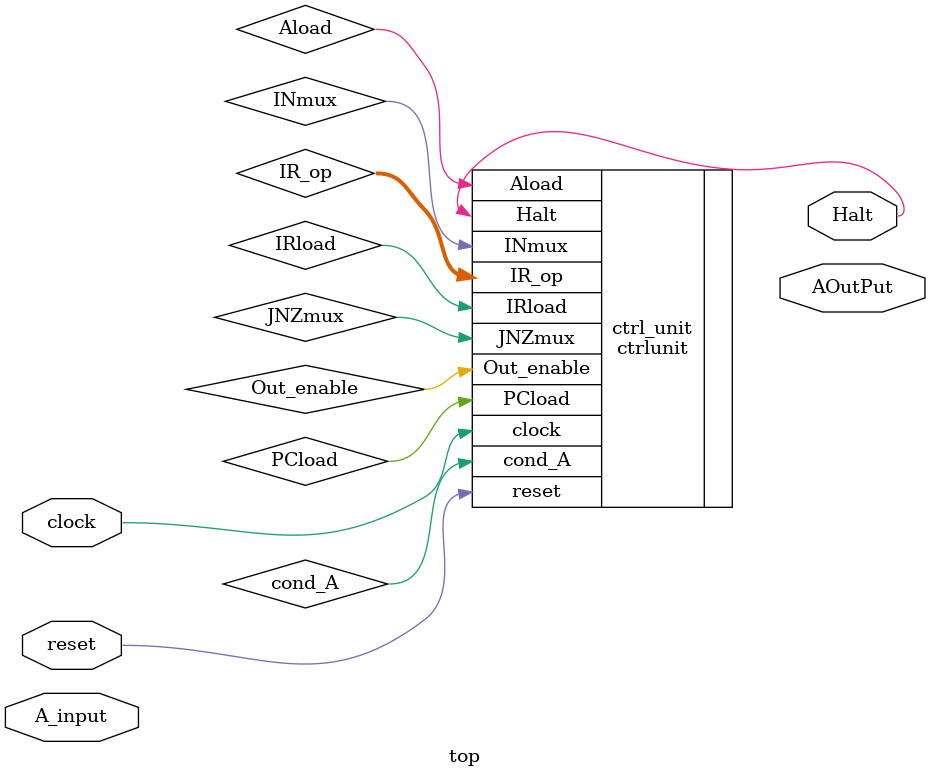
<source format=v>
`timescale 1ns / 1ps

module top(
    input clock,
    input reset,
    output Halt,
    
	/*****input for bitstream test*****/
	//input [3:0] A_input,

	//--------------------------------
	
	/*****input for simulation*****/
	input [7:0] A_input,
    

	/*****output for bitstream test*****/
	//output [2:0] AOutPut

	//--------------------------------
	
	/*****output for simulation*****/
	output [7:0] AOutPut

    );

	wire[2:0] IR_op;


ctrlunit ctrl_unit(
	.clock		(clock),
	.reset		(reset),
	.cond_A		(cond_A),
	.IR_op		(IR_op),
	.PCload		(PCload),
	.IRload		(IRload),
	.INmux		(INmux),
	.Aload		(Aload),
	.JNZmux		(JNZmux),
	.Halt		(Halt),
	.Out_enable (Out_enable)
);

datapath data_path(
	.clk(clk),
    .rst(rst),
    .hit(hit), 
    .en_ir_op(en_ir_op)
);
endmodule

</source>
